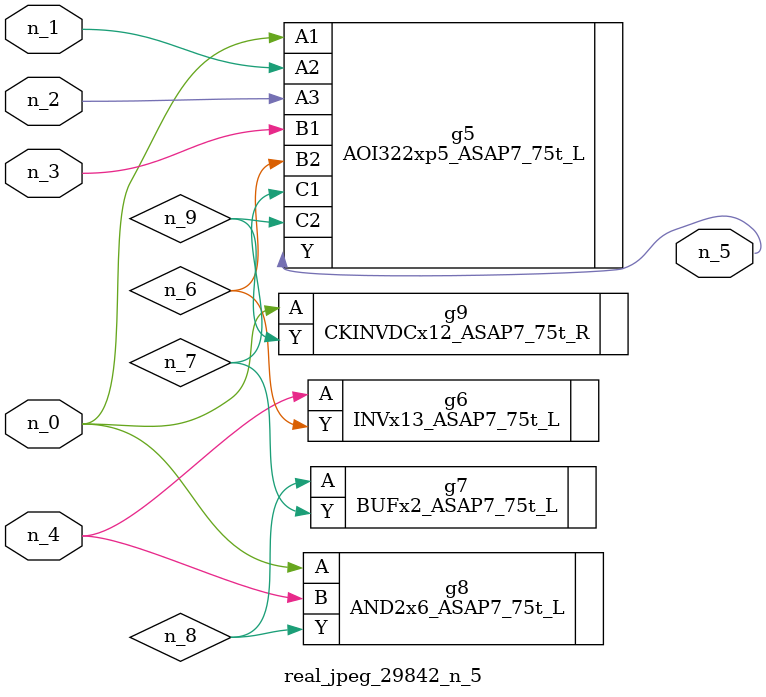
<source format=v>
module real_jpeg_29842_n_5 (n_4, n_0, n_1, n_2, n_3, n_5);

input n_4;
input n_0;
input n_1;
input n_2;
input n_3;

output n_5;

wire n_8;
wire n_6;
wire n_7;
wire n_9;

AOI322xp5_ASAP7_75t_L g5 ( 
.A1(n_0),
.A2(n_1),
.A3(n_2),
.B1(n_3),
.B2(n_6),
.C1(n_7),
.C2(n_9),
.Y(n_5)
);

AND2x6_ASAP7_75t_L g8 ( 
.A(n_0),
.B(n_4),
.Y(n_8)
);

CKINVDCx12_ASAP7_75t_R g9 ( 
.A(n_0),
.Y(n_9)
);

INVx13_ASAP7_75t_L g6 ( 
.A(n_4),
.Y(n_6)
);

BUFx2_ASAP7_75t_L g7 ( 
.A(n_8),
.Y(n_7)
);


endmodule
</source>
